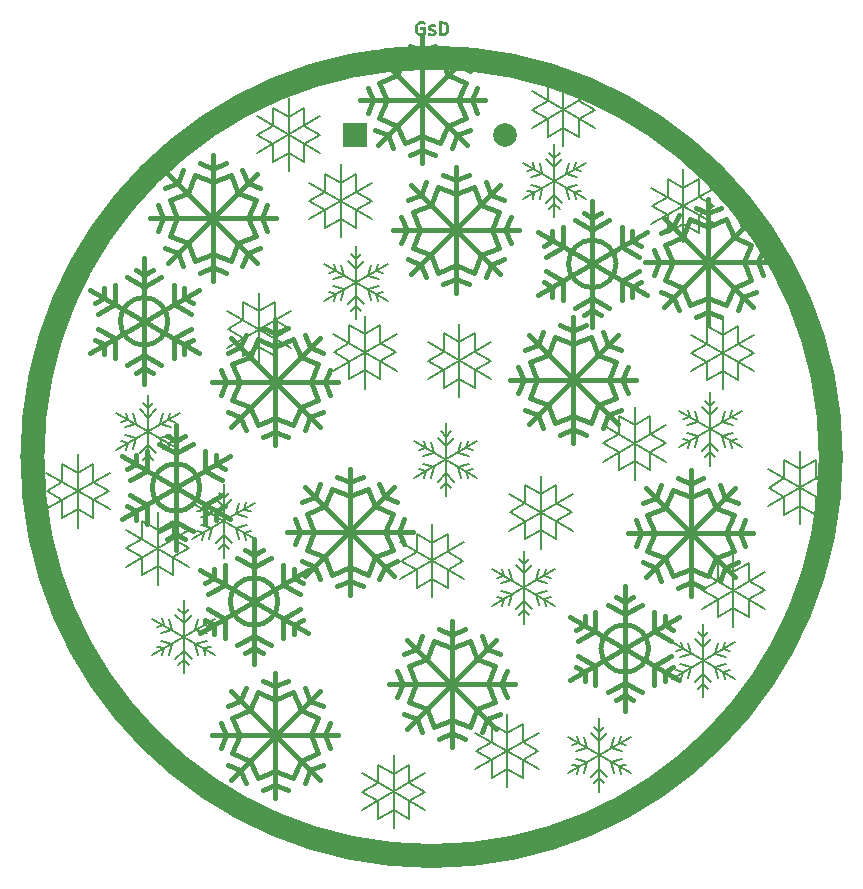
<source format=gbr>
G04 #@! TF.GenerationSoftware,KiCad,Pcbnew,5.1.4+dfsg1-1*
G04 #@! TF.CreationDate,2019-11-28T07:22:53-08:00*
G04 #@! TF.ProjectId,xmas-led-002,786d6173-2d6c-4656-942d-3030322e6b69,v1_00*
G04 #@! TF.SameCoordinates,PX6cd5f04PY3385f10*
G04 #@! TF.FileFunction,Copper,L1,Top*
G04 #@! TF.FilePolarity,Positive*
%FSLAX46Y46*%
G04 Gerber Fmt 4.6, Leading zero omitted, Abs format (unit mm)*
G04 Created by KiCad (PCBNEW 5.1.4+dfsg1-1) date 2019-11-28 07:22:53*
%MOMM*%
%LPD*%
G04 APERTURE LIST*
%ADD10C,2.000000*%
%ADD11C,0.010000*%
%ADD12C,0.200000*%
%ADD13C,0.400000*%
%ADD14C,2.000000*%
%ADD15R,2.000000X2.000000*%
G04 APERTURE END LIST*
D10*
X69677500Y-45973833D02*
G75*
G03X69677500Y-45973833I-33800000J0D01*
G01*
D11*
G36*
X35147914Y-9111601D02*
G01*
X35200167Y-9126495D01*
X35251082Y-9150870D01*
X35273878Y-9185795D01*
X35280820Y-9230718D01*
X35284233Y-9281805D01*
X35276585Y-9302905D01*
X35248248Y-9299039D01*
X35192848Y-9276583D01*
X35084416Y-9249130D01*
X34966187Y-9247810D01*
X34856013Y-9271866D01*
X34810171Y-9292806D01*
X34725499Y-9359807D01*
X34668333Y-9450882D01*
X34636776Y-9570261D01*
X34628667Y-9696563D01*
X34641688Y-9850285D01*
X34680814Y-9970724D01*
X34746133Y-10057993D01*
X34837736Y-10112206D01*
X34955714Y-10133477D01*
X34975342Y-10133833D01*
X35049909Y-10132133D01*
X35097020Y-10121764D01*
X35122976Y-10094825D01*
X35134079Y-10043416D01*
X35136628Y-9959636D01*
X35136667Y-9931542D01*
X35136667Y-9754946D01*
X35014959Y-9748598D01*
X34946144Y-9743599D01*
X34908904Y-9734199D01*
X34892492Y-9714996D01*
X34886553Y-9684042D01*
X34879855Y-9625833D01*
X35284834Y-9625833D01*
X35284834Y-10214359D01*
X35216042Y-10238830D01*
X35131086Y-10259276D01*
X35026677Y-10270713D01*
X34919958Y-10272477D01*
X34828077Y-10263902D01*
X34792253Y-10255267D01*
X34668919Y-10196253D01*
X34575158Y-10109079D01*
X34510053Y-9992338D01*
X34472692Y-9844623D01*
X34463648Y-9749879D01*
X34468650Y-9571510D01*
X34503762Y-9422132D01*
X34569746Y-9300230D01*
X34667358Y-9204291D01*
X34766096Y-9146436D01*
X34884559Y-9109896D01*
X35018359Y-9097984D01*
X35147914Y-9111601D01*
X35147914Y-9111601D01*
G37*
X35147914Y-9111601D02*
X35200167Y-9126495D01*
X35251082Y-9150870D01*
X35273878Y-9185795D01*
X35280820Y-9230718D01*
X35284233Y-9281805D01*
X35276585Y-9302905D01*
X35248248Y-9299039D01*
X35192848Y-9276583D01*
X35084416Y-9249130D01*
X34966187Y-9247810D01*
X34856013Y-9271866D01*
X34810171Y-9292806D01*
X34725499Y-9359807D01*
X34668333Y-9450882D01*
X34636776Y-9570261D01*
X34628667Y-9696563D01*
X34641688Y-9850285D01*
X34680814Y-9970724D01*
X34746133Y-10057993D01*
X34837736Y-10112206D01*
X34955714Y-10133477D01*
X34975342Y-10133833D01*
X35049909Y-10132133D01*
X35097020Y-10121764D01*
X35122976Y-10094825D01*
X35134079Y-10043416D01*
X35136628Y-9959636D01*
X35136667Y-9931542D01*
X35136667Y-9754946D01*
X35014959Y-9748598D01*
X34946144Y-9743599D01*
X34908904Y-9734199D01*
X34892492Y-9714996D01*
X34886553Y-9684042D01*
X34879855Y-9625833D01*
X35284834Y-9625833D01*
X35284834Y-10214359D01*
X35216042Y-10238830D01*
X35131086Y-10259276D01*
X35026677Y-10270713D01*
X34919958Y-10272477D01*
X34828077Y-10263902D01*
X34792253Y-10255267D01*
X34668919Y-10196253D01*
X34575158Y-10109079D01*
X34510053Y-9992338D01*
X34472692Y-9844623D01*
X34463648Y-9749879D01*
X34468650Y-9571510D01*
X34503762Y-9422132D01*
X34569746Y-9300230D01*
X34667358Y-9204291D01*
X34766096Y-9146436D01*
X34884559Y-9109896D01*
X35018359Y-9097984D01*
X35147914Y-9111601D01*
G36*
X36040077Y-9365362D02*
G01*
X36109151Y-9376335D01*
X36146726Y-9389240D01*
X36163363Y-9410819D01*
X36169622Y-9447819D01*
X36169651Y-9448117D01*
X36176052Y-9513784D01*
X36017744Y-9503625D01*
X35901054Y-9499711D01*
X35819047Y-9506362D01*
X35765087Y-9524932D01*
X35732538Y-9556779D01*
X35729200Y-9562583D01*
X35718092Y-9615472D01*
X35745787Y-9662882D01*
X35813644Y-9706410D01*
X35872122Y-9730574D01*
X35998486Y-9778376D01*
X36089826Y-9818812D01*
X36151686Y-9856617D01*
X36189611Y-9896522D01*
X36209146Y-9943260D01*
X36215834Y-10001561D01*
X36216167Y-10024217D01*
X36209561Y-10093458D01*
X36183608Y-10143754D01*
X36153285Y-10175589D01*
X36070701Y-10228029D01*
X35959345Y-10263442D01*
X35829921Y-10280087D01*
X35693136Y-10276220D01*
X35612917Y-10263528D01*
X35567136Y-10246303D01*
X35547223Y-10210937D01*
X35542716Y-10180450D01*
X35536015Y-10110834D01*
X35648549Y-10127625D01*
X35799854Y-10143325D01*
X35915964Y-10140191D01*
X35995820Y-10118321D01*
X36029034Y-10092598D01*
X36057253Y-10051874D01*
X36068000Y-10025655D01*
X36048086Y-9986403D01*
X35992186Y-9943922D01*
X35906059Y-9901998D01*
X35846358Y-9880035D01*
X35761588Y-9846019D01*
X35682421Y-9804549D01*
X35632104Y-9769423D01*
X35584923Y-9720880D01*
X35564188Y-9673003D01*
X35560000Y-9614685D01*
X35579058Y-9524150D01*
X35633176Y-9450848D01*
X35717773Y-9397158D01*
X35828270Y-9365460D01*
X35960083Y-9358132D01*
X36040077Y-9365362D01*
X36040077Y-9365362D01*
G37*
X36040077Y-9365362D02*
X36109151Y-9376335D01*
X36146726Y-9389240D01*
X36163363Y-9410819D01*
X36169622Y-9447819D01*
X36169651Y-9448117D01*
X36176052Y-9513784D01*
X36017744Y-9503625D01*
X35901054Y-9499711D01*
X35819047Y-9506362D01*
X35765087Y-9524932D01*
X35732538Y-9556779D01*
X35729200Y-9562583D01*
X35718092Y-9615472D01*
X35745787Y-9662882D01*
X35813644Y-9706410D01*
X35872122Y-9730574D01*
X35998486Y-9778376D01*
X36089826Y-9818812D01*
X36151686Y-9856617D01*
X36189611Y-9896522D01*
X36209146Y-9943260D01*
X36215834Y-10001561D01*
X36216167Y-10024217D01*
X36209561Y-10093458D01*
X36183608Y-10143754D01*
X36153285Y-10175589D01*
X36070701Y-10228029D01*
X35959345Y-10263442D01*
X35829921Y-10280087D01*
X35693136Y-10276220D01*
X35612917Y-10263528D01*
X35567136Y-10246303D01*
X35547223Y-10210937D01*
X35542716Y-10180450D01*
X35536015Y-10110834D01*
X35648549Y-10127625D01*
X35799854Y-10143325D01*
X35915964Y-10140191D01*
X35995820Y-10118321D01*
X36029034Y-10092598D01*
X36057253Y-10051874D01*
X36068000Y-10025655D01*
X36048086Y-9986403D01*
X35992186Y-9943922D01*
X35906059Y-9901998D01*
X35846358Y-9880035D01*
X35761588Y-9846019D01*
X35682421Y-9804549D01*
X35632104Y-9769423D01*
X35584923Y-9720880D01*
X35564188Y-9673003D01*
X35560000Y-9614685D01*
X35579058Y-9524150D01*
X35633176Y-9450848D01*
X35717773Y-9397158D01*
X35828270Y-9365460D01*
X35960083Y-9358132D01*
X36040077Y-9365362D01*
G36*
X36687125Y-9117951D02*
G01*
X36826394Y-9121176D01*
X36932852Y-9132258D01*
X37015664Y-9153565D01*
X37083996Y-9187465D01*
X37147012Y-9236328D01*
X37147737Y-9236982D01*
X37217537Y-9316680D01*
X37263554Y-9411702D01*
X37287958Y-9529312D01*
X37292919Y-9676772D01*
X37291431Y-9717983D01*
X37271580Y-9880816D01*
X37227394Y-10011949D01*
X37156648Y-10113287D01*
X37057119Y-10186731D01*
X36926583Y-10234187D01*
X36762816Y-10257556D01*
X36657303Y-10260833D01*
X36470167Y-10260833D01*
X36470167Y-10112667D01*
X36639500Y-10112667D01*
X36761539Y-10112667D01*
X36876472Y-10101347D01*
X36956803Y-10073395D01*
X37038078Y-10007792D01*
X37092728Y-9911724D01*
X37121368Y-9783786D01*
X37126334Y-9686432D01*
X37117320Y-9537941D01*
X37088350Y-9424485D01*
X37036533Y-9342358D01*
X36958976Y-9287852D01*
X36852788Y-9257262D01*
X36785505Y-9249592D01*
X36639500Y-9239145D01*
X36639500Y-10112667D01*
X36470167Y-10112667D01*
X36470167Y-9117833D01*
X36687125Y-9117951D01*
X36687125Y-9117951D01*
G37*
X36687125Y-9117951D02*
X36826394Y-9121176D01*
X36932852Y-9132258D01*
X37015664Y-9153565D01*
X37083996Y-9187465D01*
X37147012Y-9236328D01*
X37147737Y-9236982D01*
X37217537Y-9316680D01*
X37263554Y-9411702D01*
X37287958Y-9529312D01*
X37292919Y-9676772D01*
X37291431Y-9717983D01*
X37271580Y-9880816D01*
X37227394Y-10011949D01*
X37156648Y-10113287D01*
X37057119Y-10186731D01*
X36926583Y-10234187D01*
X36762816Y-10257556D01*
X36657303Y-10260833D01*
X36470167Y-10260833D01*
X36470167Y-10112667D01*
X36639500Y-10112667D01*
X36761539Y-10112667D01*
X36876472Y-10101347D01*
X36956803Y-10073395D01*
X37038078Y-10007792D01*
X37092728Y-9911724D01*
X37121368Y-9783786D01*
X37126334Y-9686432D01*
X37117320Y-9537941D01*
X37088350Y-9424485D01*
X37036533Y-9342358D01*
X36958976Y-9287852D01*
X36852788Y-9257262D01*
X36785505Y-9249592D01*
X36639500Y-9239145D01*
X36639500Y-10112667D01*
X36470167Y-10112667D01*
X36470167Y-9117833D01*
X36687125Y-9117951D01*
D12*
X58877500Y-65174000D02*
X59312099Y-65608649D01*
X58877500Y-62049457D02*
X58193202Y-61365209D01*
X58877500Y-61256559D02*
X59312099Y-60821911D01*
X59561798Y-61365209D02*
X58877500Y-62049457D01*
X60821845Y-63547704D02*
X59887097Y-63798203D01*
X59887097Y-63798203D02*
X60137547Y-64732951D01*
X58877500Y-64381102D02*
X58193202Y-65065350D01*
X58442901Y-60821911D02*
X58877500Y-61256559D01*
X60732845Y-64788301D02*
X60573796Y-64194652D01*
X60573796Y-64194652D02*
X61167494Y-64035603D01*
X58442901Y-65608649D02*
X58877500Y-65174000D01*
X59561798Y-65065350D02*
X58877500Y-64381102D01*
X57867852Y-62632356D02*
X56933105Y-62882855D01*
X57181154Y-62235957D02*
X57022104Y-61642258D01*
X57617453Y-64732901D02*
X57867952Y-63798153D01*
X57617403Y-61697608D02*
X57867852Y-62632356D01*
X56587406Y-62394957D02*
X57181154Y-62235957D01*
X57867952Y-63798153D02*
X56933155Y-63547754D01*
X57181204Y-64194602D02*
X57022154Y-64788351D01*
X56587506Y-64035553D02*
X57181204Y-64194602D01*
X60821945Y-62882805D02*
X59887147Y-62632306D01*
X59887147Y-62632306D02*
X60137647Y-61697658D01*
X60732945Y-61642208D02*
X60573896Y-62235907D01*
X58877500Y-66312097D02*
X58877500Y-60118462D01*
X61559393Y-64763701D02*
X56195507Y-61666908D01*
X60573896Y-62235907D02*
X61167544Y-62395007D01*
X56195607Y-64763651D02*
X61559443Y-61666858D01*
X15595607Y-52963651D02*
X20959443Y-49866858D01*
X19973896Y-50435907D02*
X20567544Y-50595007D01*
X20959393Y-52963701D02*
X15595507Y-49866908D01*
X18277500Y-54512097D02*
X18277500Y-48318462D01*
X20132945Y-49842208D02*
X19973896Y-50435907D01*
X19287147Y-50832306D02*
X19537647Y-49897658D01*
X20221945Y-51082805D02*
X19287147Y-50832306D01*
X15987506Y-52235553D02*
X16581204Y-52394602D01*
X16581204Y-52394602D02*
X16422154Y-52988351D01*
X17267952Y-51998153D02*
X16333155Y-51747754D01*
X15987406Y-50594957D02*
X16581154Y-50435957D01*
X17017403Y-49897608D02*
X17267852Y-50832356D01*
X17017453Y-52932901D02*
X17267952Y-51998153D01*
X16581154Y-50435957D02*
X16422104Y-49842258D01*
X17267852Y-50832356D02*
X16333105Y-51082855D01*
X18961798Y-53265350D02*
X18277500Y-52581102D01*
X17842901Y-53808649D02*
X18277500Y-53374000D01*
X19973796Y-52394652D02*
X20567494Y-52235603D01*
X20132845Y-52988301D02*
X19973796Y-52394652D01*
X17842901Y-49021911D02*
X18277500Y-49456559D01*
X18277500Y-52581102D02*
X17593202Y-53265350D01*
X19287097Y-51998203D02*
X19537547Y-52932951D01*
X20221845Y-51747704D02*
X19287097Y-51998203D01*
X18961798Y-49565209D02*
X18277500Y-50249457D01*
X18277500Y-49456559D02*
X18712099Y-49021911D01*
X18277500Y-50249457D02*
X17593202Y-49565209D01*
X18277500Y-53374000D02*
X18712099Y-53808649D01*
X43595607Y-24163651D02*
X48959443Y-21066858D01*
X47973896Y-21635907D02*
X48567544Y-21795007D01*
X48959393Y-24163701D02*
X43595507Y-21066908D01*
X46277500Y-25712097D02*
X46277500Y-19518462D01*
X48132945Y-21042208D02*
X47973896Y-21635907D01*
X47287147Y-22032306D02*
X47537647Y-21097658D01*
X48221945Y-22282805D02*
X47287147Y-22032306D01*
X43987506Y-23435553D02*
X44581204Y-23594602D01*
X44581204Y-23594602D02*
X44422154Y-24188351D01*
X45267952Y-23198153D02*
X44333155Y-22947754D01*
X43987406Y-21794957D02*
X44581154Y-21635957D01*
X45017403Y-21097608D02*
X45267852Y-22032356D01*
X45017453Y-24132901D02*
X45267952Y-23198153D01*
X44581154Y-21635957D02*
X44422104Y-21042258D01*
X45267852Y-22032356D02*
X44333105Y-22282855D01*
X46961798Y-24465350D02*
X46277500Y-23781102D01*
X45842901Y-25008649D02*
X46277500Y-24574000D01*
X47973796Y-23594652D02*
X48567494Y-23435603D01*
X48132845Y-24188301D02*
X47973796Y-23594652D01*
X45842901Y-20221911D02*
X46277500Y-20656559D01*
X46277500Y-23781102D02*
X45593202Y-24465350D01*
X47287097Y-23198203D02*
X47537547Y-24132951D01*
X48221845Y-22947704D02*
X47287097Y-23198203D01*
X46961798Y-20765209D02*
X46277500Y-21449457D01*
X46277500Y-20656559D02*
X46712099Y-20221911D01*
X46277500Y-21449457D02*
X45593202Y-20765209D01*
X46277500Y-24574000D02*
X46712099Y-25008649D01*
X50077500Y-73174000D02*
X50512099Y-73608649D01*
X50077500Y-70049457D02*
X49393202Y-69365209D01*
X50077500Y-69256559D02*
X50512099Y-68821911D01*
X50761798Y-69365209D02*
X50077500Y-70049457D01*
X52021845Y-71547704D02*
X51087097Y-71798203D01*
X51087097Y-71798203D02*
X51337547Y-72732951D01*
X50077500Y-72381102D02*
X49393202Y-73065350D01*
X49642901Y-68821911D02*
X50077500Y-69256559D01*
X51932845Y-72788301D02*
X51773796Y-72194652D01*
X51773796Y-72194652D02*
X52367494Y-72035603D01*
X49642901Y-73608649D02*
X50077500Y-73174000D01*
X50761798Y-73065350D02*
X50077500Y-72381102D01*
X49067852Y-70632356D02*
X48133105Y-70882855D01*
X48381154Y-70235957D02*
X48222104Y-69642258D01*
X48817453Y-72732901D02*
X49067952Y-71798153D01*
X48817403Y-69697608D02*
X49067852Y-70632356D01*
X47787406Y-70394957D02*
X48381154Y-70235957D01*
X49067952Y-71798153D02*
X48133155Y-71547754D01*
X48381204Y-72194602D02*
X48222154Y-72788351D01*
X47787506Y-72035553D02*
X48381204Y-72194602D01*
X52021945Y-70882805D02*
X51087147Y-70632306D01*
X51087147Y-70632306D02*
X51337647Y-69697658D01*
X51932945Y-69642208D02*
X51773896Y-70235907D01*
X50077500Y-74312097D02*
X50077500Y-68118462D01*
X52759393Y-72763701D02*
X47395507Y-69666908D01*
X51773896Y-70235907D02*
X52367544Y-70395007D01*
X47395607Y-72763651D02*
X52759443Y-69666858D01*
X56795607Y-45163651D02*
X62159443Y-42066858D01*
X61173896Y-42635907D02*
X61767544Y-42795007D01*
X62159393Y-45163701D02*
X56795507Y-42066908D01*
X59477500Y-46712097D02*
X59477500Y-40518462D01*
X61332945Y-42042208D02*
X61173896Y-42635907D01*
X60487147Y-43032306D02*
X60737647Y-42097658D01*
X61421945Y-43282805D02*
X60487147Y-43032306D01*
X57187506Y-44435553D02*
X57781204Y-44594602D01*
X57781204Y-44594602D02*
X57622154Y-45188351D01*
X58467952Y-44198153D02*
X57533155Y-43947754D01*
X57187406Y-42794957D02*
X57781154Y-42635957D01*
X58217403Y-42097608D02*
X58467852Y-43032356D01*
X58217453Y-45132901D02*
X58467952Y-44198153D01*
X57781154Y-42635957D02*
X57622104Y-42042258D01*
X58467852Y-43032356D02*
X57533105Y-43282855D01*
X60161798Y-45465350D02*
X59477500Y-44781102D01*
X59042901Y-46008649D02*
X59477500Y-45574000D01*
X61173796Y-44594652D02*
X61767494Y-44435603D01*
X61332845Y-45188301D02*
X61173796Y-44594652D01*
X59042901Y-41221911D02*
X59477500Y-41656559D01*
X59477500Y-44781102D02*
X58793202Y-45465350D01*
X60487097Y-44198203D02*
X60737547Y-45132951D01*
X61421845Y-43947704D02*
X60487097Y-44198203D01*
X60161798Y-41765209D02*
X59477500Y-42449457D01*
X59477500Y-41656559D02*
X59912099Y-41221911D01*
X59477500Y-42449457D02*
X58793202Y-41765209D01*
X59477500Y-45574000D02*
X59912099Y-46008649D01*
X29477500Y-33174000D02*
X29912099Y-33608649D01*
X29477500Y-30049457D02*
X28793202Y-29365209D01*
X29477500Y-29256559D02*
X29912099Y-28821911D01*
X30161798Y-29365209D02*
X29477500Y-30049457D01*
X31421845Y-31547704D02*
X30487097Y-31798203D01*
X30487097Y-31798203D02*
X30737547Y-32732951D01*
X29477500Y-32381102D02*
X28793202Y-33065350D01*
X29042901Y-28821911D02*
X29477500Y-29256559D01*
X31332845Y-32788301D02*
X31173796Y-32194652D01*
X31173796Y-32194652D02*
X31767494Y-32035603D01*
X29042901Y-33608649D02*
X29477500Y-33174000D01*
X30161798Y-33065350D02*
X29477500Y-32381102D01*
X28467852Y-30632356D02*
X27533105Y-30882855D01*
X27781154Y-30235957D02*
X27622104Y-29642258D01*
X28217453Y-32732901D02*
X28467952Y-31798153D01*
X28217403Y-29697608D02*
X28467852Y-30632356D01*
X27187406Y-30394957D02*
X27781154Y-30235957D01*
X28467952Y-31798153D02*
X27533155Y-31547754D01*
X27781204Y-32194602D02*
X27622154Y-32788351D01*
X27187506Y-32035553D02*
X27781204Y-32194602D01*
X31421945Y-30882805D02*
X30487147Y-30632306D01*
X30487147Y-30632306D02*
X30737647Y-29697658D01*
X31332945Y-29642208D02*
X31173896Y-30235907D01*
X29477500Y-34312097D02*
X29477500Y-28118462D01*
X32159393Y-32763701D02*
X26795507Y-29666908D01*
X31173896Y-30235907D02*
X31767544Y-30395007D01*
X26795607Y-32763651D02*
X32159443Y-29666858D01*
X40995607Y-58563651D02*
X46359443Y-55466858D01*
X45373896Y-56035907D02*
X45967544Y-56195007D01*
X46359393Y-58563701D02*
X40995507Y-55466908D01*
X43677500Y-60112097D02*
X43677500Y-53918462D01*
X45532945Y-55442208D02*
X45373896Y-56035907D01*
X44687147Y-56432306D02*
X44937647Y-55497658D01*
X45621945Y-56682805D02*
X44687147Y-56432306D01*
X41387506Y-57835553D02*
X41981204Y-57994602D01*
X41981204Y-57994602D02*
X41822154Y-58588351D01*
X42667952Y-57598153D02*
X41733155Y-57347754D01*
X41387406Y-56194957D02*
X41981154Y-56035957D01*
X42417403Y-55497608D02*
X42667852Y-56432356D01*
X42417453Y-58532901D02*
X42667952Y-57598153D01*
X41981154Y-56035957D02*
X41822104Y-55442258D01*
X42667852Y-56432356D02*
X41733105Y-56682855D01*
X44361798Y-58865350D02*
X43677500Y-58181102D01*
X43242901Y-59408649D02*
X43677500Y-58974000D01*
X45373796Y-57994652D02*
X45967494Y-57835603D01*
X45532845Y-58588301D02*
X45373796Y-57994652D01*
X43242901Y-54621911D02*
X43677500Y-55056559D01*
X43677500Y-58181102D02*
X42993202Y-58865350D01*
X44687097Y-57598203D02*
X44937547Y-58532951D01*
X45621845Y-57347704D02*
X44687097Y-57598203D01*
X44361798Y-55165209D02*
X43677500Y-55849457D01*
X43677500Y-55056559D02*
X44112099Y-54621911D01*
X43677500Y-55849457D02*
X42993202Y-55165209D01*
X43677500Y-58974000D02*
X44112099Y-59408649D01*
X37077500Y-48174000D02*
X37512099Y-48608649D01*
X37077500Y-45049457D02*
X36393202Y-44365209D01*
X37077500Y-44256559D02*
X37512099Y-43821911D01*
X37761798Y-44365209D02*
X37077500Y-45049457D01*
X39021845Y-46547704D02*
X38087097Y-46798203D01*
X38087097Y-46798203D02*
X38337547Y-47732951D01*
X37077500Y-47381102D02*
X36393202Y-48065350D01*
X36642901Y-43821911D02*
X37077500Y-44256559D01*
X38932845Y-47788301D02*
X38773796Y-47194652D01*
X38773796Y-47194652D02*
X39367494Y-47035603D01*
X36642901Y-48608649D02*
X37077500Y-48174000D01*
X37761798Y-48065350D02*
X37077500Y-47381102D01*
X36067852Y-45632356D02*
X35133105Y-45882855D01*
X35381154Y-45235957D02*
X35222104Y-44642258D01*
X35817453Y-47732901D02*
X36067952Y-46798153D01*
X35817403Y-44697608D02*
X36067852Y-45632356D01*
X34787406Y-45394957D02*
X35381154Y-45235957D01*
X36067952Y-46798153D02*
X35133155Y-46547754D01*
X35381204Y-47194602D02*
X35222154Y-47788351D01*
X34787506Y-47035553D02*
X35381204Y-47194602D01*
X39021945Y-45882805D02*
X38087147Y-45632306D01*
X38087147Y-45632306D02*
X38337647Y-44697658D01*
X38932945Y-44642208D02*
X38773896Y-45235907D01*
X37077500Y-49312097D02*
X37077500Y-43118462D01*
X39759393Y-47763701D02*
X34395507Y-44666908D01*
X38773896Y-45235907D02*
X39367544Y-45395007D01*
X34395607Y-47763651D02*
X39759443Y-44666858D01*
X9195607Y-45363651D02*
X14559443Y-42266858D01*
X13573896Y-42835907D02*
X14167544Y-42995007D01*
X14559393Y-45363701D02*
X9195507Y-42266908D01*
X11877500Y-46912097D02*
X11877500Y-40718462D01*
X13732945Y-42242208D02*
X13573896Y-42835907D01*
X12887147Y-43232306D02*
X13137647Y-42297658D01*
X13821945Y-43482805D02*
X12887147Y-43232306D01*
X9587506Y-44635553D02*
X10181204Y-44794602D01*
X10181204Y-44794602D02*
X10022154Y-45388351D01*
X10867952Y-44398153D02*
X9933155Y-44147754D01*
X9587406Y-42994957D02*
X10181154Y-42835957D01*
X10617403Y-42297608D02*
X10867852Y-43232356D01*
X10617453Y-45332901D02*
X10867952Y-44398153D01*
X10181154Y-42835957D02*
X10022104Y-42242258D01*
X10867852Y-43232356D02*
X9933105Y-43482855D01*
X12561798Y-45665350D02*
X11877500Y-44981102D01*
X11442901Y-46208649D02*
X11877500Y-45774000D01*
X13573796Y-44794652D02*
X14167494Y-44635603D01*
X13732845Y-45388301D02*
X13573796Y-44794652D01*
X11442901Y-41421911D02*
X11877500Y-41856559D01*
X11877500Y-44981102D02*
X11193202Y-45665350D01*
X12887097Y-44398203D02*
X13137547Y-45332951D01*
X13821845Y-44147704D02*
X12887097Y-44398203D01*
X12561798Y-41965209D02*
X11877500Y-42649457D01*
X11877500Y-41856559D02*
X12312099Y-41421911D01*
X11877500Y-42649457D02*
X11193202Y-41965209D01*
X11877500Y-45774000D02*
X12312099Y-46208649D01*
X14877500Y-63174000D02*
X15312099Y-63608649D01*
X14877500Y-60049457D02*
X14193202Y-59365209D01*
X14877500Y-59256559D02*
X15312099Y-58821911D01*
X15561798Y-59365209D02*
X14877500Y-60049457D01*
X16821845Y-61547704D02*
X15887097Y-61798203D01*
X15887097Y-61798203D02*
X16137547Y-62732951D01*
X14877500Y-62381102D02*
X14193202Y-63065350D01*
X14442901Y-58821911D02*
X14877500Y-59256559D01*
X16732845Y-62788301D02*
X16573796Y-62194652D01*
X16573796Y-62194652D02*
X17167494Y-62035603D01*
X14442901Y-63608649D02*
X14877500Y-63174000D01*
X15561798Y-63065350D02*
X14877500Y-62381102D01*
X13867852Y-60632356D02*
X12933105Y-60882855D01*
X13181154Y-60235957D02*
X13022104Y-59642258D01*
X13617453Y-62732901D02*
X13867952Y-61798153D01*
X13617403Y-59697608D02*
X13867852Y-60632356D01*
X12587406Y-60394957D02*
X13181154Y-60235957D01*
X13867952Y-61798153D02*
X12933155Y-61547754D01*
X13181204Y-62194602D02*
X13022154Y-62788351D01*
X12587506Y-62035553D02*
X13181204Y-62194602D01*
X16821945Y-60882805D02*
X15887147Y-60632306D01*
X15887147Y-60632306D02*
X16137647Y-59697658D01*
X16732945Y-59642208D02*
X16573896Y-60235907D01*
X14877500Y-64312097D02*
X14877500Y-58118462D01*
X17559393Y-62763701D02*
X12195507Y-59666908D01*
X16573896Y-60235907D02*
X17167544Y-60395007D01*
X12195607Y-62763651D02*
X17559443Y-59666858D01*
D13*
X11744212Y-47134109D02*
X10302973Y-47966248D01*
X18174072Y-47966248D02*
X16732747Y-47134109D01*
X11744384Y-50014180D02*
X10302973Y-49181869D01*
X11744212Y-45469917D02*
X11744212Y-47134109D01*
X11744384Y-51678458D02*
X11744384Y-50014180D01*
X10843545Y-50534288D02*
X10843545Y-51366255D01*
X17633500Y-50534288D02*
X18354120Y-50118133D01*
X10843373Y-46614000D02*
X10843373Y-45781861D01*
X10122753Y-47030156D02*
X10843373Y-46614000D01*
X17633500Y-51366427D02*
X17633500Y-50534288D01*
X10122925Y-50118133D02*
X10843545Y-50534288D01*
X14238480Y-45694073D02*
X12797154Y-44861934D01*
X15679805Y-44861934D02*
X14238480Y-45694073D01*
X16732747Y-50014180D02*
X16732747Y-51678458D01*
X14238480Y-44653856D02*
X14959185Y-44237873D01*
X14238480Y-51454215D02*
X12797154Y-52286354D01*
X14238480Y-52494432D02*
X14959185Y-52910416D01*
X13517946Y-44237873D02*
X14238480Y-44653856D01*
X13517946Y-52910416D02*
X14238480Y-52494432D01*
X15679805Y-52286354D02*
X14238480Y-51454215D01*
X14238480Y-53899559D02*
X14238480Y-49692261D01*
X18173900Y-49182041D02*
X16732747Y-50014180D01*
X14238479Y-50595078D02*
G75*
G02X12217632Y-48574144I-53J2020794D01*
G01*
X14238480Y-43248644D02*
X14238480Y-53899559D01*
X14238479Y-46553211D02*
G75*
G02X16259499Y-48574144I-31J-2021051D01*
G01*
X12217632Y-48574144D02*
G75*
G02X14238480Y-46553211I2020849J84D01*
G01*
X14238480Y-53899559D02*
X14238480Y-43248644D01*
X16259499Y-48574144D02*
G75*
G02X14238480Y-50595078I-2020996J62D01*
G01*
X17633500Y-45781861D02*
X17633500Y-46614000D01*
X16732747Y-47134109D02*
X16732747Y-45469745D01*
X9626462Y-51236938D02*
X18850583Y-45911351D01*
X18850411Y-51236938D02*
X9626462Y-45911351D01*
X17633500Y-46614000D02*
X18354120Y-47029984D01*
D12*
X47027500Y-15044000D02*
X45702903Y-14279252D01*
X45702903Y-17338294D02*
X45702903Y-18867840D01*
X48352197Y-14279252D02*
X47027500Y-15044000D01*
X48352197Y-18867840D02*
X48352197Y-17338294D01*
X45702903Y-15808698D02*
X44378307Y-16573496D01*
X48352197Y-15808698D02*
X48352197Y-14279252D01*
X44378307Y-16573496D02*
X45702903Y-17338294D01*
X45702903Y-18867840D02*
X47027500Y-18103042D01*
X49676793Y-16573496D02*
X48352197Y-15808698D01*
X47027500Y-13476704D02*
X47027500Y-19670388D01*
X49709443Y-15025150D02*
X44345557Y-18121992D01*
X44345557Y-15025150D02*
X49709443Y-18121992D01*
X45702903Y-14279252D02*
X45702903Y-15808698D01*
X47027500Y-18103042D02*
X48352197Y-18867840D01*
X48352197Y-17338294D02*
X49676793Y-16573496D01*
X29502197Y-25068294D02*
X30826793Y-24303496D01*
X28177500Y-25833042D02*
X29502197Y-26597840D01*
X26852903Y-22009252D02*
X26852903Y-23538698D01*
X25495557Y-22755150D02*
X30859443Y-25851992D01*
X30859443Y-22755150D02*
X25495557Y-25851992D01*
X28177500Y-21206704D02*
X28177500Y-27400388D01*
X30826793Y-24303496D02*
X29502197Y-23538698D01*
X26852903Y-26597840D02*
X28177500Y-25833042D01*
X25528307Y-24303496D02*
X26852903Y-25068294D01*
X29502197Y-23538698D02*
X29502197Y-22009252D01*
X26852903Y-23538698D02*
X25528307Y-24303496D01*
X29502197Y-26597840D02*
X29502197Y-25068294D01*
X29502197Y-22009252D02*
X28177500Y-22774000D01*
X26852903Y-25068294D02*
X26852903Y-26597840D01*
X28177500Y-22774000D02*
X26852903Y-22009252D01*
D13*
X54677500Y-30594000D02*
X55124954Y-29513629D01*
X55658131Y-28003432D02*
X57168501Y-27377651D01*
X58223248Y-34139576D02*
X59303447Y-33692209D01*
X59303447Y-33692209D02*
X60383818Y-34139576D01*
X55124954Y-29513629D02*
X54677500Y-28433345D01*
X60814418Y-25867454D02*
X61440113Y-27377651D01*
X63482113Y-29513629D02*
X63929566Y-28433345D01*
X63069224Y-25747852D02*
X55537842Y-33279235D01*
X57168415Y-31649436D02*
X55658131Y-31023741D01*
X57794110Y-25867454D02*
X59304307Y-26492977D01*
X61440113Y-27377651D02*
X62950225Y-28003260D01*
X61810698Y-25478641D02*
X62258237Y-26558839D01*
X62950225Y-31023741D02*
X61440113Y-31649264D01*
X57794110Y-33159461D02*
X57168415Y-31649436D01*
X59304307Y-32534110D02*
X57794110Y-33159461D01*
X61810698Y-33548618D02*
X62258237Y-32468247D01*
X55658131Y-31023741D02*
X56283826Y-29513629D01*
X56348829Y-26558839D02*
X56796368Y-25478641D01*
X55537842Y-25747852D02*
X63069224Y-33279235D01*
X58223248Y-24887511D02*
X59303447Y-25335050D01*
X55268544Y-32020708D02*
X56348829Y-32468247D01*
X63929566Y-30594000D02*
X63482113Y-29513629D01*
X60814418Y-33159633D02*
X59304307Y-32534110D01*
X62950225Y-28003260D02*
X62324788Y-29513629D01*
X53978118Y-29513629D02*
X64629034Y-29513629D01*
X62324788Y-29513629D02*
X62950225Y-31023741D01*
X57168501Y-27377651D02*
X57794110Y-25867454D01*
X62258237Y-26558839D02*
X63338522Y-27006378D01*
X59303447Y-25335050D02*
X60383818Y-24887511D01*
X56283826Y-29513629D02*
X55658131Y-28003432D01*
X62258237Y-32468247D02*
X63338522Y-32020708D01*
X59303533Y-24188129D02*
X59303533Y-34839044D01*
X59304307Y-26492977D02*
X60814418Y-25867454D01*
X61440113Y-31649264D02*
X60814418Y-33159633D01*
X55268544Y-27006378D02*
X56348829Y-26558839D01*
X56348829Y-32468247D02*
X56796368Y-33548618D01*
X54848829Y-55368247D02*
X55296368Y-56448618D01*
X53768544Y-49906378D02*
X54848829Y-49458839D01*
X59940113Y-54549264D02*
X59314418Y-56059633D01*
X57804307Y-49392977D02*
X59314418Y-48767454D01*
X57803533Y-47088129D02*
X57803533Y-57739044D01*
X60758237Y-55368247D02*
X61838522Y-54920708D01*
X54783826Y-52413629D02*
X54158131Y-50903432D01*
X57803447Y-48235050D02*
X58883818Y-47787511D01*
X60758237Y-49458839D02*
X61838522Y-49906378D01*
X55668501Y-50277651D02*
X56294110Y-48767454D01*
X60824788Y-52413629D02*
X61450225Y-53923741D01*
X52478118Y-52413629D02*
X63129034Y-52413629D01*
X61450225Y-50903260D02*
X60824788Y-52413629D01*
X59314418Y-56059633D02*
X57804307Y-55434110D01*
X62429566Y-53494000D02*
X61982113Y-52413629D01*
X53768544Y-54920708D02*
X54848829Y-55368247D01*
X56723248Y-47787511D02*
X57803447Y-48235050D01*
X54037842Y-48647852D02*
X61569224Y-56179235D01*
X54848829Y-49458839D02*
X55296368Y-48378641D01*
X54158131Y-53923741D02*
X54783826Y-52413629D01*
X60310698Y-56448618D02*
X60758237Y-55368247D01*
X57804307Y-55434110D02*
X56294110Y-56059461D01*
X56294110Y-56059461D02*
X55668415Y-54549436D01*
X61450225Y-53923741D02*
X59940113Y-54549264D01*
X60310698Y-48378641D02*
X60758237Y-49458839D01*
X59940113Y-50277651D02*
X61450225Y-50903260D01*
X56294110Y-48767454D02*
X57804307Y-49392977D01*
X55668415Y-54549436D02*
X54158131Y-53923741D01*
X61569224Y-48647852D02*
X54037842Y-56179235D01*
X61982113Y-52413629D02*
X62429566Y-51333345D01*
X59314418Y-48767454D02*
X59940113Y-50277651D01*
X53624954Y-52413629D02*
X53177500Y-51333345D01*
X57803447Y-56592209D02*
X58883818Y-57039576D01*
X56723248Y-57039576D02*
X57803447Y-56592209D01*
X54158131Y-50903432D02*
X55668501Y-50277651D01*
X53177500Y-53494000D02*
X53624954Y-52413629D01*
X18027500Y-70644000D02*
X18474954Y-69563629D01*
X19008131Y-68053432D02*
X20518501Y-67427651D01*
X21573248Y-74189576D02*
X22653447Y-73742209D01*
X22653447Y-73742209D02*
X23733818Y-74189576D01*
X18474954Y-69563629D02*
X18027500Y-68483345D01*
X24164418Y-65917454D02*
X24790113Y-67427651D01*
X26832113Y-69563629D02*
X27279566Y-68483345D01*
X26419224Y-65797852D02*
X18887842Y-73329235D01*
X20518415Y-71699436D02*
X19008131Y-71073741D01*
X21144110Y-65917454D02*
X22654307Y-66542977D01*
X24790113Y-67427651D02*
X26300225Y-68053260D01*
X25160698Y-65528641D02*
X25608237Y-66608839D01*
X26300225Y-71073741D02*
X24790113Y-71699264D01*
X21144110Y-73209461D02*
X20518415Y-71699436D01*
X22654307Y-72584110D02*
X21144110Y-73209461D01*
X25160698Y-73598618D02*
X25608237Y-72518247D01*
X19008131Y-71073741D02*
X19633826Y-69563629D01*
X19698829Y-66608839D02*
X20146368Y-65528641D01*
X18887842Y-65797852D02*
X26419224Y-73329235D01*
X21573248Y-64937511D02*
X22653447Y-65385050D01*
X18618544Y-72070708D02*
X19698829Y-72518247D01*
X27279566Y-70644000D02*
X26832113Y-69563629D01*
X24164418Y-73209633D02*
X22654307Y-72584110D01*
X26300225Y-68053260D02*
X25674788Y-69563629D01*
X17328118Y-69563629D02*
X27979034Y-69563629D01*
X25674788Y-69563629D02*
X26300225Y-71073741D01*
X20518501Y-67427651D02*
X21144110Y-65917454D01*
X25608237Y-66608839D02*
X26688522Y-67056378D01*
X22653447Y-65385050D02*
X23733818Y-64937511D01*
X19633826Y-69563629D02*
X19008131Y-68053432D01*
X25608237Y-72518247D02*
X26688522Y-72070708D01*
X22653533Y-64238129D02*
X22653533Y-74889044D01*
X22654307Y-66542977D02*
X24164418Y-65917454D01*
X24790113Y-71699264D02*
X24164418Y-73209633D01*
X18618544Y-67056378D02*
X19698829Y-66608839D01*
X19698829Y-72518247D02*
X20146368Y-73598618D01*
X12727500Y-26844000D02*
X13174954Y-25763629D01*
X13708131Y-24253432D02*
X15218501Y-23627651D01*
X16273248Y-30389576D02*
X17353447Y-29942209D01*
X17353447Y-29942209D02*
X18433818Y-30389576D01*
X13174954Y-25763629D02*
X12727500Y-24683345D01*
X18864418Y-22117454D02*
X19490113Y-23627651D01*
X21532113Y-25763629D02*
X21979566Y-24683345D01*
X21119224Y-21997852D02*
X13587842Y-29529235D01*
X15218415Y-27899436D02*
X13708131Y-27273741D01*
X15844110Y-22117454D02*
X17354307Y-22742977D01*
X19490113Y-23627651D02*
X21000225Y-24253260D01*
X19860698Y-21728641D02*
X20308237Y-22808839D01*
X21000225Y-27273741D02*
X19490113Y-27899264D01*
X15844110Y-29409461D02*
X15218415Y-27899436D01*
X17354307Y-28784110D02*
X15844110Y-29409461D01*
X19860698Y-29798618D02*
X20308237Y-28718247D01*
X13708131Y-27273741D02*
X14333826Y-25763629D01*
X14398829Y-22808839D02*
X14846368Y-21728641D01*
X13587842Y-21997852D02*
X21119224Y-29529235D01*
X16273248Y-21137511D02*
X17353447Y-21585050D01*
X13318544Y-28270708D02*
X14398829Y-28718247D01*
X21979566Y-26844000D02*
X21532113Y-25763629D01*
X18864418Y-29409633D02*
X17354307Y-28784110D01*
X21000225Y-24253260D02*
X20374788Y-25763629D01*
X12028118Y-25763629D02*
X22679034Y-25763629D01*
X20374788Y-25763629D02*
X21000225Y-27273741D01*
X15218501Y-23627651D02*
X15844110Y-22117454D01*
X20308237Y-22808839D02*
X21388522Y-23256378D01*
X17353447Y-21585050D02*
X18433818Y-21137511D01*
X14333826Y-25763629D02*
X13708131Y-24253432D01*
X20308237Y-28718247D02*
X21388522Y-28270708D01*
X17353533Y-20438129D02*
X17353533Y-31089044D01*
X17354307Y-22742977D02*
X18864418Y-22117454D01*
X19490113Y-27899264D02*
X18864418Y-29409633D01*
X13318544Y-23256378D02*
X14398829Y-22808839D01*
X14398829Y-28718247D02*
X14846368Y-29798618D01*
X46988212Y-28194109D02*
X45546973Y-29026248D01*
X53418072Y-29026248D02*
X51976747Y-28194109D01*
X46988384Y-31074180D02*
X45546973Y-30241869D01*
X46988212Y-26529917D02*
X46988212Y-28194109D01*
X46988384Y-32738458D02*
X46988384Y-31074180D01*
X46087545Y-31594288D02*
X46087545Y-32426255D01*
X52877500Y-31594288D02*
X53598120Y-31178133D01*
X46087373Y-27674000D02*
X46087373Y-26841861D01*
X45366753Y-28090156D02*
X46087373Y-27674000D01*
X52877500Y-32426427D02*
X52877500Y-31594288D01*
X45366925Y-31178133D02*
X46087545Y-31594288D01*
X49482480Y-26754073D02*
X48041154Y-25921934D01*
X50923805Y-25921934D02*
X49482480Y-26754073D01*
X51976747Y-31074180D02*
X51976747Y-32738458D01*
X49482480Y-25713856D02*
X50203185Y-25297873D01*
X49482480Y-32514215D02*
X48041154Y-33346354D01*
X49482480Y-33554432D02*
X50203185Y-33970416D01*
X48761946Y-25297873D02*
X49482480Y-25713856D01*
X48761946Y-33970416D02*
X49482480Y-33554432D01*
X50923805Y-33346354D02*
X49482480Y-32514215D01*
X49482480Y-34959559D02*
X49482480Y-30752261D01*
X53417900Y-30242041D02*
X51976747Y-31074180D01*
X49482479Y-31655078D02*
G75*
G02X47461632Y-29634144I-53J2020794D01*
G01*
X49482480Y-24308644D02*
X49482480Y-34959559D01*
X49482479Y-27613211D02*
G75*
G02X51503499Y-29634144I-31J-2021051D01*
G01*
X47461632Y-29634144D02*
G75*
G02X49482480Y-27613211I2020849J84D01*
G01*
X49482480Y-34959559D02*
X49482480Y-24308644D01*
X51503499Y-29634144D02*
G75*
G02X49482480Y-31655078I-2020996J62D01*
G01*
X52877500Y-26841861D02*
X52877500Y-27674000D01*
X51976747Y-28194109D02*
X51976747Y-26529745D01*
X44870462Y-32296938D02*
X54094583Y-26971351D01*
X54094411Y-32296938D02*
X44870462Y-26971351D01*
X52877500Y-27674000D02*
X53598120Y-28089984D01*
X49738212Y-60764109D02*
X48296973Y-61596248D01*
X56168072Y-61596248D02*
X54726747Y-60764109D01*
X49738384Y-63644180D02*
X48296973Y-62811869D01*
X49738212Y-59099917D02*
X49738212Y-60764109D01*
X49738384Y-65308458D02*
X49738384Y-63644180D01*
X48837545Y-64164288D02*
X48837545Y-64996255D01*
X55627500Y-64164288D02*
X56348120Y-63748133D01*
X48837373Y-60244000D02*
X48837373Y-59411861D01*
X48116753Y-60660156D02*
X48837373Y-60244000D01*
X55627500Y-64996427D02*
X55627500Y-64164288D01*
X48116925Y-63748133D02*
X48837545Y-64164288D01*
X52232480Y-59324073D02*
X50791154Y-58491934D01*
X53673805Y-58491934D02*
X52232480Y-59324073D01*
X54726747Y-63644180D02*
X54726747Y-65308458D01*
X52232480Y-58283856D02*
X52953185Y-57867873D01*
X52232480Y-65084215D02*
X50791154Y-65916354D01*
X52232480Y-66124432D02*
X52953185Y-66540416D01*
X51511946Y-57867873D02*
X52232480Y-58283856D01*
X51511946Y-66540416D02*
X52232480Y-66124432D01*
X53673805Y-65916354D02*
X52232480Y-65084215D01*
X52232480Y-67529559D02*
X52232480Y-63322261D01*
X56167900Y-62812041D02*
X54726747Y-63644180D01*
X52232479Y-64225078D02*
G75*
G02X50211632Y-62204144I-53J2020794D01*
G01*
X52232480Y-56878644D02*
X52232480Y-67529559D01*
X52232479Y-60183211D02*
G75*
G02X54253499Y-62204144I-31J-2021051D01*
G01*
X50211632Y-62204144D02*
G75*
G02X52232480Y-60183211I2020849J84D01*
G01*
X52232480Y-67529559D02*
X52232480Y-56878644D01*
X54253499Y-62204144D02*
G75*
G02X52232480Y-64225078I-2020996J62D01*
G01*
X55627500Y-59411861D02*
X55627500Y-60244000D01*
X54726747Y-60764109D02*
X54726747Y-59099745D01*
X47620462Y-64866938D02*
X56844583Y-59541351D01*
X56844411Y-64866938D02*
X47620462Y-59541351D01*
X55627500Y-60244000D02*
X56348120Y-60659984D01*
X9038212Y-33064109D02*
X7596973Y-33896248D01*
X15468072Y-33896248D02*
X14026747Y-33064109D01*
X9038384Y-35944180D02*
X7596973Y-35111869D01*
X9038212Y-31399917D02*
X9038212Y-33064109D01*
X9038384Y-37608458D02*
X9038384Y-35944180D01*
X8137545Y-36464288D02*
X8137545Y-37296255D01*
X14927500Y-36464288D02*
X15648120Y-36048133D01*
X8137373Y-32544000D02*
X8137373Y-31711861D01*
X7416753Y-32960156D02*
X8137373Y-32544000D01*
X14927500Y-37296427D02*
X14927500Y-36464288D01*
X7416925Y-36048133D02*
X8137545Y-36464288D01*
X11532480Y-31624073D02*
X10091154Y-30791934D01*
X12973805Y-30791934D02*
X11532480Y-31624073D01*
X14026747Y-35944180D02*
X14026747Y-37608458D01*
X11532480Y-30583856D02*
X12253185Y-30167873D01*
X11532480Y-37384215D02*
X10091154Y-38216354D01*
X11532480Y-38424432D02*
X12253185Y-38840416D01*
X10811946Y-30167873D02*
X11532480Y-30583856D01*
X10811946Y-38840416D02*
X11532480Y-38424432D01*
X12973805Y-38216354D02*
X11532480Y-37384215D01*
X11532480Y-39829559D02*
X11532480Y-35622261D01*
X15467900Y-35112041D02*
X14026747Y-35944180D01*
X11532479Y-36525078D02*
G75*
G02X9511632Y-34504144I-53J2020794D01*
G01*
X11532480Y-29178644D02*
X11532480Y-39829559D01*
X11532479Y-32483211D02*
G75*
G02X13553499Y-34504144I-31J-2021051D01*
G01*
X9511632Y-34504144D02*
G75*
G02X11532480Y-32483211I2020849J84D01*
G01*
X11532480Y-39829559D02*
X11532480Y-29178644D01*
X13553499Y-34504144D02*
G75*
G02X11532480Y-36525078I-2020996J62D01*
G01*
X14927500Y-31711861D02*
X14927500Y-32544000D01*
X14026747Y-33064109D02*
X14026747Y-31399745D01*
X6920462Y-37166938D02*
X16144583Y-31841351D01*
X16144411Y-37166938D02*
X6920462Y-31841351D01*
X14927500Y-32544000D02*
X15648120Y-32959984D01*
X18348212Y-56786109D02*
X16906973Y-57618248D01*
X24778072Y-57618248D02*
X23336747Y-56786109D01*
X18348384Y-59666180D02*
X16906973Y-58833869D01*
X18348212Y-55121917D02*
X18348212Y-56786109D01*
X18348384Y-61330458D02*
X18348384Y-59666180D01*
X17447545Y-60186288D02*
X17447545Y-61018255D01*
X24237500Y-60186288D02*
X24958120Y-59770133D01*
X17447373Y-56266000D02*
X17447373Y-55433861D01*
X16726753Y-56682156D02*
X17447373Y-56266000D01*
X24237500Y-61018427D02*
X24237500Y-60186288D01*
X16726925Y-59770133D02*
X17447545Y-60186288D01*
X20842480Y-55346073D02*
X19401154Y-54513934D01*
X22283805Y-54513934D02*
X20842480Y-55346073D01*
X23336747Y-59666180D02*
X23336747Y-61330458D01*
X20842480Y-54305856D02*
X21563185Y-53889873D01*
X20842480Y-61106215D02*
X19401154Y-61938354D01*
X20842480Y-62146432D02*
X21563185Y-62562416D01*
X20121946Y-53889873D02*
X20842480Y-54305856D01*
X20121946Y-62562416D02*
X20842480Y-62146432D01*
X22283805Y-61938354D02*
X20842480Y-61106215D01*
X20842480Y-63551559D02*
X20842480Y-59344261D01*
X24777900Y-58834041D02*
X23336747Y-59666180D01*
X20842479Y-60247078D02*
G75*
G02X18821632Y-58226144I-53J2020794D01*
G01*
X20842480Y-52900644D02*
X20842480Y-63551559D01*
X20842479Y-56205211D02*
G75*
G02X22863499Y-58226144I-31J-2021051D01*
G01*
X18821632Y-58226144D02*
G75*
G02X20842480Y-56205211I2020849J84D01*
G01*
X20842480Y-63551559D02*
X20842480Y-52900644D01*
X22863499Y-58226144D02*
G75*
G02X20842480Y-60247078I-2020996J62D01*
G01*
X24237500Y-55433861D02*
X24237500Y-56266000D01*
X23336747Y-56786109D02*
X23336747Y-55121745D01*
X16230462Y-60888938D02*
X25454583Y-55563351D01*
X25454411Y-60888938D02*
X16230462Y-55563351D01*
X24237500Y-56266000D02*
X24958120Y-56681984D01*
X32148829Y-18748247D02*
X32596368Y-19828618D01*
X31068544Y-13286378D02*
X32148829Y-12838839D01*
X37240113Y-17929264D02*
X36614418Y-19439633D01*
X35104307Y-12772977D02*
X36614418Y-12147454D01*
X35103533Y-10468129D02*
X35103533Y-21119044D01*
X38058237Y-18748247D02*
X39138522Y-18300708D01*
X32083826Y-15793629D02*
X31458131Y-14283432D01*
X35103447Y-11615050D02*
X36183818Y-11167511D01*
X38058237Y-12838839D02*
X39138522Y-13286378D01*
X32968501Y-13657651D02*
X33594110Y-12147454D01*
X38124788Y-15793629D02*
X38750225Y-17303741D01*
X29778118Y-15793629D02*
X40429034Y-15793629D01*
X38750225Y-14283260D02*
X38124788Y-15793629D01*
X36614418Y-19439633D02*
X35104307Y-18814110D01*
X39729566Y-16874000D02*
X39282113Y-15793629D01*
X31068544Y-18300708D02*
X32148829Y-18748247D01*
X34023248Y-11167511D02*
X35103447Y-11615050D01*
X31337842Y-12027852D02*
X38869224Y-19559235D01*
X32148829Y-12838839D02*
X32596368Y-11758641D01*
X31458131Y-17303741D02*
X32083826Y-15793629D01*
X37610698Y-19828618D02*
X38058237Y-18748247D01*
X35104307Y-18814110D02*
X33594110Y-19439461D01*
X33594110Y-19439461D02*
X32968415Y-17929436D01*
X38750225Y-17303741D02*
X37240113Y-17929264D01*
X37610698Y-11758641D02*
X38058237Y-12838839D01*
X37240113Y-13657651D02*
X38750225Y-14283260D01*
X33594110Y-12147454D02*
X35104307Y-12772977D01*
X32968415Y-17929436D02*
X31458131Y-17303741D01*
X38869224Y-12027852D02*
X31337842Y-19559235D01*
X39282113Y-15793629D02*
X39729566Y-14713345D01*
X36614418Y-12147454D02*
X37240113Y-13657651D01*
X30924954Y-15793629D02*
X30477500Y-14713345D01*
X35103447Y-19972209D02*
X36183818Y-20419576D01*
X34023248Y-20419576D02*
X35103447Y-19972209D01*
X31458131Y-14283432D02*
X32968501Y-13657651D01*
X30477500Y-16874000D02*
X30924954Y-15793629D01*
X33309500Y-27833500D02*
X33756954Y-26753129D01*
X34290131Y-25242932D02*
X35800501Y-24617151D01*
X36855248Y-31379076D02*
X37935447Y-30931709D01*
X37935447Y-30931709D02*
X39015818Y-31379076D01*
X33756954Y-26753129D02*
X33309500Y-25672845D01*
X39446418Y-23106954D02*
X40072113Y-24617151D01*
X42114113Y-26753129D02*
X42561566Y-25672845D01*
X41701224Y-22987352D02*
X34169842Y-30518735D01*
X35800415Y-28888936D02*
X34290131Y-28263241D01*
X36426110Y-23106954D02*
X37936307Y-23732477D01*
X40072113Y-24617151D02*
X41582225Y-25242760D01*
X40442698Y-22718141D02*
X40890237Y-23798339D01*
X41582225Y-28263241D02*
X40072113Y-28888764D01*
X36426110Y-30398961D02*
X35800415Y-28888936D01*
X37936307Y-29773610D02*
X36426110Y-30398961D01*
X40442698Y-30788118D02*
X40890237Y-29707747D01*
X34290131Y-28263241D02*
X34915826Y-26753129D01*
X34980829Y-23798339D02*
X35428368Y-22718141D01*
X34169842Y-22987352D02*
X41701224Y-30518735D01*
X36855248Y-22127011D02*
X37935447Y-22574550D01*
X33900544Y-29260208D02*
X34980829Y-29707747D01*
X42561566Y-27833500D02*
X42114113Y-26753129D01*
X39446418Y-30399133D02*
X37936307Y-29773610D01*
X41582225Y-25242760D02*
X40956788Y-26753129D01*
X32610118Y-26753129D02*
X43261034Y-26753129D01*
X40956788Y-26753129D02*
X41582225Y-28263241D01*
X35800501Y-24617151D02*
X36426110Y-23106954D01*
X40890237Y-23798339D02*
X41970522Y-24245878D01*
X37935447Y-22574550D02*
X39015818Y-22127011D01*
X34915826Y-26753129D02*
X34290131Y-25242932D01*
X40890237Y-29707747D02*
X41970522Y-29260208D01*
X37935533Y-21427629D02*
X37935533Y-32078544D01*
X37936307Y-23732477D02*
X39446418Y-23106954D01*
X40072113Y-28888764D02*
X39446418Y-30399133D01*
X33900544Y-24245878D02*
X34980829Y-23798339D01*
X34980829Y-29707747D02*
X35428368Y-30788118D01*
X25998829Y-55268247D02*
X26446368Y-56348618D01*
X24918544Y-49806378D02*
X25998829Y-49358839D01*
X31090113Y-54449264D02*
X30464418Y-55959633D01*
X28954307Y-49292977D02*
X30464418Y-48667454D01*
X28953533Y-46988129D02*
X28953533Y-57639044D01*
X31908237Y-55268247D02*
X32988522Y-54820708D01*
X25933826Y-52313629D02*
X25308131Y-50803432D01*
X28953447Y-48135050D02*
X30033818Y-47687511D01*
X31908237Y-49358839D02*
X32988522Y-49806378D01*
X26818501Y-50177651D02*
X27444110Y-48667454D01*
X31974788Y-52313629D02*
X32600225Y-53823741D01*
X23628118Y-52313629D02*
X34279034Y-52313629D01*
X32600225Y-50803260D02*
X31974788Y-52313629D01*
X30464418Y-55959633D02*
X28954307Y-55334110D01*
X33579566Y-53394000D02*
X33132113Y-52313629D01*
X24918544Y-54820708D02*
X25998829Y-55268247D01*
X27873248Y-47687511D02*
X28953447Y-48135050D01*
X25187842Y-48547852D02*
X32719224Y-56079235D01*
X25998829Y-49358839D02*
X26446368Y-48278641D01*
X25308131Y-53823741D02*
X25933826Y-52313629D01*
X31460698Y-56348618D02*
X31908237Y-55268247D01*
X28954307Y-55334110D02*
X27444110Y-55959461D01*
X27444110Y-55959461D02*
X26818415Y-54449436D01*
X32600225Y-53823741D02*
X31090113Y-54449264D01*
X31460698Y-48278641D02*
X31908237Y-49358839D01*
X31090113Y-50177651D02*
X32600225Y-50803260D01*
X27444110Y-48667454D02*
X28954307Y-49292977D01*
X26818415Y-54449436D02*
X25308131Y-53823741D01*
X32719224Y-48547852D02*
X25187842Y-56079235D01*
X33132113Y-52313629D02*
X33579566Y-51233345D01*
X30464418Y-48667454D02*
X31090113Y-50177651D01*
X24774954Y-52313629D02*
X24327500Y-51233345D01*
X28953447Y-56492209D02*
X30033818Y-56939576D01*
X27873248Y-56939576D02*
X28953447Y-56492209D01*
X25308131Y-50803432D02*
X26818501Y-50177651D01*
X24327500Y-53394000D02*
X24774954Y-52313629D01*
X18027500Y-40744000D02*
X18474954Y-39663629D01*
X19008131Y-38153432D02*
X20518501Y-37527651D01*
X21573248Y-44289576D02*
X22653447Y-43842209D01*
X22653447Y-43842209D02*
X23733818Y-44289576D01*
X18474954Y-39663629D02*
X18027500Y-38583345D01*
X24164418Y-36017454D02*
X24790113Y-37527651D01*
X26832113Y-39663629D02*
X27279566Y-38583345D01*
X26419224Y-35897852D02*
X18887842Y-43429235D01*
X20518415Y-41799436D02*
X19008131Y-41173741D01*
X21144110Y-36017454D02*
X22654307Y-36642977D01*
X24790113Y-37527651D02*
X26300225Y-38153260D01*
X25160698Y-35628641D02*
X25608237Y-36708839D01*
X26300225Y-41173741D02*
X24790113Y-41799264D01*
X21144110Y-43309461D02*
X20518415Y-41799436D01*
X22654307Y-42684110D02*
X21144110Y-43309461D01*
X25160698Y-43698618D02*
X25608237Y-42618247D01*
X19008131Y-41173741D02*
X19633826Y-39663629D01*
X19698829Y-36708839D02*
X20146368Y-35628641D01*
X18887842Y-35897852D02*
X26419224Y-43429235D01*
X21573248Y-35037511D02*
X22653447Y-35485050D01*
X18618544Y-42170708D02*
X19698829Y-42618247D01*
X27279566Y-40744000D02*
X26832113Y-39663629D01*
X24164418Y-43309633D02*
X22654307Y-42684110D01*
X26300225Y-38153260D02*
X25674788Y-39663629D01*
X17328118Y-39663629D02*
X27979034Y-39663629D01*
X25674788Y-39663629D02*
X26300225Y-41173741D01*
X20518501Y-37527651D02*
X21144110Y-36017454D01*
X25608237Y-36708839D02*
X26688522Y-37156378D01*
X22653447Y-35485050D02*
X23733818Y-35037511D01*
X19633826Y-39663629D02*
X19008131Y-38153432D01*
X25608237Y-42618247D02*
X26688522Y-42170708D01*
X22653533Y-34338129D02*
X22653533Y-44989044D01*
X22654307Y-36642977D02*
X24164418Y-36017454D01*
X24790113Y-41799264D02*
X24164418Y-43309633D01*
X18618544Y-37156378D02*
X19698829Y-36708839D01*
X19698829Y-42618247D02*
X20146368Y-43698618D01*
X34648829Y-68168247D02*
X35096368Y-69248618D01*
X33568544Y-62706378D02*
X34648829Y-62258839D01*
X39740113Y-67349264D02*
X39114418Y-68859633D01*
X37604307Y-62192977D02*
X39114418Y-61567454D01*
X37603533Y-59888129D02*
X37603533Y-70539044D01*
X40558237Y-68168247D02*
X41638522Y-67720708D01*
X34583826Y-65213629D02*
X33958131Y-63703432D01*
X37603447Y-61035050D02*
X38683818Y-60587511D01*
X40558237Y-62258839D02*
X41638522Y-62706378D01*
X35468501Y-63077651D02*
X36094110Y-61567454D01*
X40624788Y-65213629D02*
X41250225Y-66723741D01*
X32278118Y-65213629D02*
X42929034Y-65213629D01*
X41250225Y-63703260D02*
X40624788Y-65213629D01*
X39114418Y-68859633D02*
X37604307Y-68234110D01*
X42229566Y-66294000D02*
X41782113Y-65213629D01*
X33568544Y-67720708D02*
X34648829Y-68168247D01*
X36523248Y-60587511D02*
X37603447Y-61035050D01*
X33837842Y-61447852D02*
X41369224Y-68979235D01*
X34648829Y-62258839D02*
X35096368Y-61178641D01*
X33958131Y-66723741D02*
X34583826Y-65213629D01*
X40110698Y-69248618D02*
X40558237Y-68168247D01*
X37604307Y-68234110D02*
X36094110Y-68859461D01*
X36094110Y-68859461D02*
X35468415Y-67349436D01*
X41250225Y-66723741D02*
X39740113Y-67349264D01*
X40110698Y-61178641D02*
X40558237Y-62258839D01*
X39740113Y-63077651D02*
X41250225Y-63703260D01*
X36094110Y-61567454D02*
X37604307Y-62192977D01*
X35468415Y-67349436D02*
X33958131Y-66723741D01*
X41369224Y-61447852D02*
X33837842Y-68979235D01*
X41782113Y-65213629D02*
X42229566Y-64133345D01*
X39114418Y-61567454D02*
X39740113Y-63077651D01*
X33424954Y-65213629D02*
X32977500Y-64133345D01*
X37603447Y-69392209D02*
X38683818Y-69839576D01*
X36523248Y-69839576D02*
X37603447Y-69392209D01*
X33958131Y-63703432D02*
X35468501Y-63077651D01*
X32977500Y-66294000D02*
X33424954Y-65213629D01*
X43227500Y-40544000D02*
X43674954Y-39463629D01*
X44208131Y-37953432D02*
X45718501Y-37327651D01*
X46773248Y-44089576D02*
X47853447Y-43642209D01*
X47853447Y-43642209D02*
X48933818Y-44089576D01*
X43674954Y-39463629D02*
X43227500Y-38383345D01*
X49364418Y-35817454D02*
X49990113Y-37327651D01*
X52032113Y-39463629D02*
X52479566Y-38383345D01*
X51619224Y-35697852D02*
X44087842Y-43229235D01*
X45718415Y-41599436D02*
X44208131Y-40973741D01*
X46344110Y-35817454D02*
X47854307Y-36442977D01*
X49990113Y-37327651D02*
X51500225Y-37953260D01*
X50360698Y-35428641D02*
X50808237Y-36508839D01*
X51500225Y-40973741D02*
X49990113Y-41599264D01*
X46344110Y-43109461D02*
X45718415Y-41599436D01*
X47854307Y-42484110D02*
X46344110Y-43109461D01*
X50360698Y-43498618D02*
X50808237Y-42418247D01*
X44208131Y-40973741D02*
X44833826Y-39463629D01*
X44898829Y-36508839D02*
X45346368Y-35428641D01*
X44087842Y-35697852D02*
X51619224Y-43229235D01*
X46773248Y-34837511D02*
X47853447Y-35285050D01*
X43818544Y-41970708D02*
X44898829Y-42418247D01*
X52479566Y-40544000D02*
X52032113Y-39463629D01*
X49364418Y-43109633D02*
X47854307Y-42484110D01*
X51500225Y-37953260D02*
X50874788Y-39463629D01*
X42528118Y-39463629D02*
X53179034Y-39463629D01*
X50874788Y-39463629D02*
X51500225Y-40973741D01*
X45718501Y-37327651D02*
X46344110Y-35817454D01*
X50808237Y-36508839D02*
X51888522Y-36956378D01*
X47853447Y-35285050D02*
X48933818Y-34837511D01*
X44833826Y-39463629D02*
X44208131Y-37953432D01*
X50808237Y-42418247D02*
X51888522Y-41970708D01*
X47853533Y-34138129D02*
X47853533Y-44789044D01*
X47854307Y-36442977D02*
X49364418Y-35817454D01*
X49990113Y-41599264D02*
X49364418Y-43109633D01*
X43818544Y-36956378D02*
X44898829Y-36508839D01*
X44898829Y-42418247D02*
X45346368Y-43498618D01*
D12*
X61427500Y-55744000D02*
X60102903Y-54979252D01*
X60102903Y-58038294D02*
X60102903Y-59567840D01*
X62752197Y-54979252D02*
X61427500Y-55744000D01*
X62752197Y-59567840D02*
X62752197Y-58038294D01*
X60102903Y-56508698D02*
X58778307Y-57273496D01*
X62752197Y-56508698D02*
X62752197Y-54979252D01*
X58778307Y-57273496D02*
X60102903Y-58038294D01*
X60102903Y-59567840D02*
X61427500Y-58803042D01*
X64076793Y-57273496D02*
X62752197Y-56508698D01*
X61427500Y-54176704D02*
X61427500Y-60370388D01*
X64109443Y-55725150D02*
X58745557Y-58821992D01*
X58745557Y-55725150D02*
X64109443Y-58821992D01*
X60102903Y-54979252D02*
X60102903Y-56508698D01*
X61427500Y-58803042D02*
X62752197Y-59567840D01*
X62752197Y-58038294D02*
X64076793Y-57273496D01*
X43602197Y-71638294D02*
X44926793Y-70873496D01*
X42277500Y-72403042D02*
X43602197Y-73167840D01*
X40952903Y-68579252D02*
X40952903Y-70108698D01*
X39595557Y-69325150D02*
X44959443Y-72421992D01*
X44959443Y-69325150D02*
X39595557Y-72421992D01*
X42277500Y-67776704D02*
X42277500Y-73970388D01*
X44926793Y-70873496D02*
X43602197Y-70108698D01*
X40952903Y-73167840D02*
X42277500Y-72403042D01*
X39628307Y-70873496D02*
X40952903Y-71638294D01*
X43602197Y-70108698D02*
X43602197Y-68579252D01*
X40952903Y-70108698D02*
X39628307Y-70873496D01*
X43602197Y-73167840D02*
X43602197Y-71638294D01*
X43602197Y-68579252D02*
X42277500Y-69344000D01*
X40952903Y-71638294D02*
X40952903Y-73167840D01*
X42277500Y-69344000D02*
X40952903Y-68579252D01*
X34002197Y-75088294D02*
X35326793Y-74323496D01*
X32677500Y-75853042D02*
X34002197Y-76617840D01*
X31352903Y-72029252D02*
X31352903Y-73558698D01*
X29995557Y-72775150D02*
X35359443Y-75871992D01*
X35359443Y-72775150D02*
X29995557Y-75871992D01*
X32677500Y-71226704D02*
X32677500Y-77420388D01*
X35326793Y-74323496D02*
X34002197Y-73558698D01*
X31352903Y-76617840D02*
X32677500Y-75853042D01*
X30028307Y-74323496D02*
X31352903Y-75088294D01*
X34002197Y-73558698D02*
X34002197Y-72029252D01*
X31352903Y-73558698D02*
X30028307Y-74323496D01*
X34002197Y-76617840D02*
X34002197Y-75088294D01*
X34002197Y-72029252D02*
X32677500Y-72794000D01*
X31352903Y-75088294D02*
X31352903Y-76617840D01*
X32677500Y-72794000D02*
X31352903Y-72029252D01*
X12677500Y-52194000D02*
X11352903Y-51429252D01*
X11352903Y-54488294D02*
X11352903Y-56017840D01*
X14002197Y-51429252D02*
X12677500Y-52194000D01*
X14002197Y-56017840D02*
X14002197Y-54488294D01*
X11352903Y-52958698D02*
X10028307Y-53723496D01*
X14002197Y-52958698D02*
X14002197Y-51429252D01*
X10028307Y-53723496D02*
X11352903Y-54488294D01*
X11352903Y-56017840D02*
X12677500Y-55253042D01*
X15326793Y-53723496D02*
X14002197Y-52958698D01*
X12677500Y-50626704D02*
X12677500Y-56820388D01*
X15359443Y-52175150D02*
X9995557Y-55271992D01*
X9995557Y-52175150D02*
X15359443Y-55271992D01*
X11352903Y-51429252D02*
X11352903Y-52958698D01*
X12677500Y-55253042D02*
X14002197Y-56017840D01*
X14002197Y-54488294D02*
X15326793Y-53723496D01*
X7252197Y-49638294D02*
X8576793Y-48873496D01*
X5927500Y-50403042D02*
X7252197Y-51167840D01*
X4602903Y-46579252D02*
X4602903Y-48108698D01*
X3245557Y-47325150D02*
X8609443Y-50421992D01*
X8609443Y-47325150D02*
X3245557Y-50421992D01*
X5927500Y-45776704D02*
X5927500Y-51970388D01*
X8576793Y-48873496D02*
X7252197Y-48108698D01*
X4602903Y-51167840D02*
X5927500Y-50403042D01*
X3278307Y-48873496D02*
X4602903Y-49638294D01*
X7252197Y-48108698D02*
X7252197Y-46579252D01*
X4602903Y-48108698D02*
X3278307Y-48873496D01*
X7252197Y-51167840D02*
X7252197Y-49638294D01*
X7252197Y-46579252D02*
X5927500Y-47344000D01*
X4602903Y-49638294D02*
X4602903Y-51167840D01*
X5927500Y-47344000D02*
X4602903Y-46579252D01*
X37252197Y-55538294D02*
X38576793Y-54773496D01*
X35927500Y-56303042D02*
X37252197Y-57067840D01*
X34602903Y-52479252D02*
X34602903Y-54008698D01*
X33245557Y-53225150D02*
X38609443Y-56321992D01*
X38609443Y-53225150D02*
X33245557Y-56321992D01*
X35927500Y-51676704D02*
X35927500Y-57870388D01*
X38576793Y-54773496D02*
X37252197Y-54008698D01*
X34602903Y-57067840D02*
X35927500Y-56303042D01*
X33278307Y-54773496D02*
X34602903Y-55538294D01*
X37252197Y-54008698D02*
X37252197Y-52479252D01*
X34602903Y-54008698D02*
X33278307Y-54773496D01*
X37252197Y-57067840D02*
X37252197Y-55538294D01*
X37252197Y-52479252D02*
X35927500Y-53244000D01*
X34602903Y-55538294D02*
X34602903Y-57067840D01*
X35927500Y-53244000D02*
X34602903Y-52479252D01*
X45127500Y-49144000D02*
X43802903Y-48379252D01*
X43802903Y-51438294D02*
X43802903Y-52967840D01*
X46452197Y-48379252D02*
X45127500Y-49144000D01*
X46452197Y-52967840D02*
X46452197Y-51438294D01*
X43802903Y-49908698D02*
X42478307Y-50673496D01*
X46452197Y-49908698D02*
X46452197Y-48379252D01*
X42478307Y-50673496D02*
X43802903Y-51438294D01*
X43802903Y-52967840D02*
X45127500Y-52203042D01*
X47776793Y-50673496D02*
X46452197Y-49908698D01*
X45127500Y-47576704D02*
X45127500Y-53770388D01*
X47809443Y-49125150D02*
X42445557Y-52221992D01*
X42445557Y-49125150D02*
X47809443Y-52221992D01*
X43802903Y-48379252D02*
X43802903Y-49908698D01*
X45127500Y-52203042D02*
X46452197Y-52967840D01*
X46452197Y-51438294D02*
X47776793Y-50673496D01*
X67077500Y-47044000D02*
X65752903Y-46279252D01*
X65752903Y-49338294D02*
X65752903Y-50867840D01*
X68402197Y-46279252D02*
X67077500Y-47044000D01*
X68402197Y-50867840D02*
X68402197Y-49338294D01*
X65752903Y-47808698D02*
X64428307Y-48573496D01*
X68402197Y-47808698D02*
X68402197Y-46279252D01*
X64428307Y-48573496D02*
X65752903Y-49338294D01*
X65752903Y-50867840D02*
X67077500Y-50103042D01*
X69726793Y-48573496D02*
X68402197Y-47808698D01*
X67077500Y-45476704D02*
X67077500Y-51670388D01*
X69759443Y-47025150D02*
X64395557Y-50121992D01*
X64395557Y-47025150D02*
X69759443Y-50121992D01*
X65752903Y-46279252D02*
X65752903Y-47808698D01*
X67077500Y-50103042D02*
X68402197Y-50867840D01*
X68402197Y-49338294D02*
X69726793Y-48573496D01*
X53077500Y-43294000D02*
X51752903Y-42529252D01*
X51752903Y-45588294D02*
X51752903Y-47117840D01*
X54402197Y-42529252D02*
X53077500Y-43294000D01*
X54402197Y-47117840D02*
X54402197Y-45588294D01*
X51752903Y-44058698D02*
X50428307Y-44823496D01*
X54402197Y-44058698D02*
X54402197Y-42529252D01*
X50428307Y-44823496D02*
X51752903Y-45588294D01*
X51752903Y-47117840D02*
X53077500Y-46353042D01*
X55726793Y-44823496D02*
X54402197Y-44058698D01*
X53077500Y-41726704D02*
X53077500Y-47920388D01*
X55759443Y-43275150D02*
X50395557Y-46371992D01*
X50395557Y-43275150D02*
X55759443Y-46371992D01*
X51752903Y-42529252D02*
X51752903Y-44058698D01*
X53077500Y-46353042D02*
X54402197Y-47117840D01*
X54402197Y-45588294D02*
X55726793Y-44823496D01*
X39552197Y-38588294D02*
X40876793Y-37823496D01*
X38227500Y-39353042D02*
X39552197Y-40117840D01*
X36902903Y-35529252D02*
X36902903Y-37058698D01*
X35545557Y-36275150D02*
X40909443Y-39371992D01*
X40909443Y-36275150D02*
X35545557Y-39371992D01*
X38227500Y-34726704D02*
X38227500Y-40920388D01*
X40876793Y-37823496D02*
X39552197Y-37058698D01*
X36902903Y-40117840D02*
X38227500Y-39353042D01*
X35578307Y-37823496D02*
X36902903Y-38588294D01*
X39552197Y-37058698D02*
X39552197Y-35529252D01*
X36902903Y-37058698D02*
X35578307Y-37823496D01*
X39552197Y-40117840D02*
X39552197Y-38588294D01*
X39552197Y-35529252D02*
X38227500Y-36294000D01*
X36902903Y-38588294D02*
X36902903Y-40117840D01*
X38227500Y-36294000D02*
X36902903Y-35529252D01*
X21277500Y-33644000D02*
X19952903Y-32879252D01*
X19952903Y-35938294D02*
X19952903Y-37467840D01*
X22602197Y-32879252D02*
X21277500Y-33644000D01*
X22602197Y-37467840D02*
X22602197Y-35938294D01*
X19952903Y-34408698D02*
X18628307Y-35173496D01*
X22602197Y-34408698D02*
X22602197Y-32879252D01*
X18628307Y-35173496D02*
X19952903Y-35938294D01*
X19952903Y-37467840D02*
X21277500Y-36703042D01*
X23926793Y-35173496D02*
X22602197Y-34408698D01*
X21277500Y-32076704D02*
X21277500Y-38270388D01*
X23959443Y-33625150D02*
X18595557Y-36721992D01*
X18595557Y-33625150D02*
X23959443Y-36721992D01*
X19952903Y-32879252D02*
X19952903Y-34408698D01*
X21277500Y-36703042D02*
X22602197Y-37467840D01*
X22602197Y-35938294D02*
X23926793Y-35173496D01*
X31552197Y-37888294D02*
X32876793Y-37123496D01*
X30227500Y-38653042D02*
X31552197Y-39417840D01*
X28902903Y-34829252D02*
X28902903Y-36358698D01*
X27545557Y-35575150D02*
X32909443Y-38671992D01*
X32909443Y-35575150D02*
X27545557Y-38671992D01*
X30227500Y-34026704D02*
X30227500Y-40220388D01*
X32876793Y-37123496D02*
X31552197Y-36358698D01*
X28902903Y-39417840D02*
X30227500Y-38653042D01*
X27578307Y-37123496D02*
X28902903Y-37888294D01*
X31552197Y-36358698D02*
X31552197Y-34829252D01*
X28902903Y-36358698D02*
X27578307Y-37123496D01*
X31552197Y-39417840D02*
X31552197Y-37888294D01*
X31552197Y-34829252D02*
X30227500Y-35594000D01*
X28902903Y-37888294D02*
X28902903Y-39417840D01*
X30227500Y-35594000D02*
X28902903Y-34829252D01*
X61852197Y-37938294D02*
X63176793Y-37173496D01*
X60527500Y-38703042D02*
X61852197Y-39467840D01*
X59202903Y-34879252D02*
X59202903Y-36408698D01*
X57845557Y-35625150D02*
X63209443Y-38721992D01*
X63209443Y-35625150D02*
X57845557Y-38721992D01*
X60527500Y-34076704D02*
X60527500Y-40270388D01*
X63176793Y-37173496D02*
X61852197Y-36408698D01*
X59202903Y-39467840D02*
X60527500Y-38703042D01*
X57878307Y-37173496D02*
X59202903Y-37938294D01*
X61852197Y-36408698D02*
X61852197Y-34879252D01*
X59202903Y-36408698D02*
X57878307Y-37173496D01*
X61852197Y-39467840D02*
X61852197Y-37938294D01*
X61852197Y-34879252D02*
X60527500Y-35644000D01*
X59202903Y-37938294D02*
X59202903Y-39467840D01*
X60527500Y-35644000D02*
X59202903Y-34879252D01*
X58502197Y-25488294D02*
X59826793Y-24723496D01*
X57177500Y-26253042D02*
X58502197Y-27017840D01*
X55852903Y-22429252D02*
X55852903Y-23958698D01*
X54495557Y-23175150D02*
X59859443Y-26271992D01*
X59859443Y-23175150D02*
X54495557Y-26271992D01*
X57177500Y-21626704D02*
X57177500Y-27820388D01*
X59826793Y-24723496D02*
X58502197Y-23958698D01*
X55852903Y-27017840D02*
X57177500Y-26253042D01*
X54528307Y-24723496D02*
X55852903Y-25488294D01*
X58502197Y-23958698D02*
X58502197Y-22429252D01*
X55852903Y-23958698D02*
X54528307Y-24723496D01*
X58502197Y-27017840D02*
X58502197Y-25488294D01*
X58502197Y-22429252D02*
X57177500Y-23194000D01*
X55852903Y-25488294D02*
X55852903Y-27017840D01*
X57177500Y-23194000D02*
X55852903Y-22429252D01*
X23777500Y-17174000D02*
X22452903Y-16409252D01*
X22452903Y-19468294D02*
X22452903Y-20997840D01*
X25102197Y-16409252D02*
X23777500Y-17174000D01*
X25102197Y-20997840D02*
X25102197Y-19468294D01*
X22452903Y-17938698D02*
X21128307Y-18703496D01*
X25102197Y-17938698D02*
X25102197Y-16409252D01*
X21128307Y-18703496D02*
X22452903Y-19468294D01*
X22452903Y-20997840D02*
X23777500Y-20233042D01*
X26426793Y-18703496D02*
X25102197Y-17938698D01*
X23777500Y-15606704D02*
X23777500Y-21800388D01*
X26459443Y-17155150D02*
X21095557Y-20251992D01*
X21095557Y-17155150D02*
X26459443Y-20251992D01*
X22452903Y-16409252D02*
X22452903Y-17938698D01*
X23777500Y-20233042D02*
X25102197Y-20997840D01*
X25102197Y-19468294D02*
X26426793Y-18703496D01*
D14*
X42077500Y-18694000D03*
D15*
X29377500Y-18694000D03*
M02*

</source>
